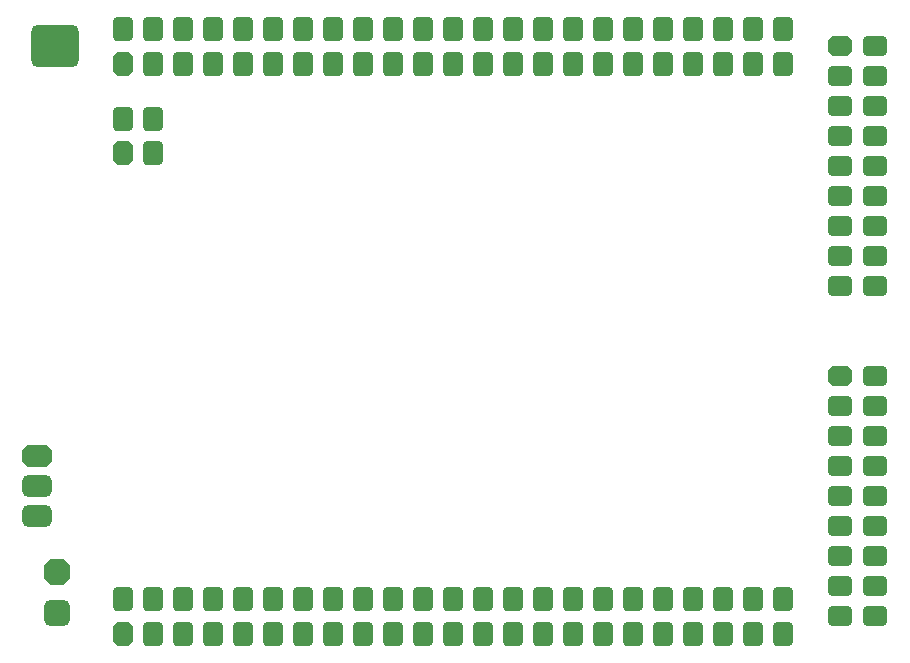
<source format=gbr>
%TF.GenerationSoftware,Altium Limited,Altium Designer,21.9.2 (33)*%
G04 Layer_Color=255*
%FSLAX45Y45*%
%MOMM*%
%TF.SameCoordinates,7777544D-92F5-45BF-99EE-D781317D7DBF*%
%TF.FilePolarity,Positive*%
%TF.FileFunction,Pads,Bot*%
%TF.Part,Single*%
G01*
G75*
%TA.AperFunction,ComponentPad*%
G04:AMPARAMS|DCode=88|XSize=1.7mm|YSize=2.1mm|CornerRadius=0mm|HoleSize=0mm|Usage=FLASHONLY|Rotation=270.000|XOffset=0mm|YOffset=0mm|HoleType=Round|Shape=Octagon|*
%AMOCTAGOND88*
4,1,8,1.05000,0.42500,1.05000,-0.42500,0.62500,-0.85000,-0.62500,-0.85000,-1.05000,-0.42500,-1.05000,0.42500,-0.62500,0.85000,0.62500,0.85000,1.05000,0.42500,0.0*
%
%ADD88OCTAGOND88*%

G04:AMPARAMS|DCode=89|XSize=1.7mm|YSize=2.1mm|CornerRadius=0.425mm|HoleSize=0mm|Usage=FLASHONLY|Rotation=270.000|XOffset=0mm|YOffset=0mm|HoleType=Round|Shape=RoundedRectangle|*
%AMROUNDEDRECTD89*
21,1,1.70000,1.25001,0,0,270.0*
21,1,0.85000,2.10000,0,0,270.0*
1,1,0.85000,-0.62500,-0.42500*
1,1,0.85000,-0.62500,0.42500*
1,1,0.85000,0.62500,0.42500*
1,1,0.85000,0.62500,-0.42500*
%
%ADD89ROUNDEDRECTD89*%
G04:AMPARAMS|DCode=90|XSize=1.7mm|YSize=2.1mm|CornerRadius=0.425mm|HoleSize=0mm|Usage=FLASHONLY|Rotation=0.000|XOffset=0mm|YOffset=0mm|HoleType=Round|Shape=RoundedRectangle|*
%AMROUNDEDRECTD90*
21,1,1.70000,1.25001,0,0,0.0*
21,1,0.85000,2.10000,0,0,0.0*
1,1,0.85000,0.42500,-0.62500*
1,1,0.85000,-0.42500,-0.62500*
1,1,0.85000,-0.42500,0.62500*
1,1,0.85000,0.42500,0.62500*
%
%ADD90ROUNDEDRECTD90*%
G04:AMPARAMS|DCode=91|XSize=1.7mm|YSize=2.1mm|CornerRadius=0mm|HoleSize=0mm|Usage=FLASHONLY|Rotation=0.000|XOffset=0mm|YOffset=0mm|HoleType=Round|Shape=Octagon|*
%AMOCTAGOND91*
4,1,8,-0.42500,1.05000,0.42500,1.05000,0.85000,0.62500,0.85000,-0.62500,0.42500,-1.05000,-0.42500,-1.05000,-0.85000,-0.62500,-0.85000,0.62500,-0.42500,1.05000,0.0*
%
%ADD91OCTAGOND91*%

G04:AMPARAMS|DCode=92|XSize=4mm|YSize=3.6mm|CornerRadius=0.54mm|HoleSize=0mm|Usage=FLASHONLY|Rotation=0.000|XOffset=0mm|YOffset=0mm|HoleType=Round|Shape=RoundedRectangle|*
%AMROUNDEDRECTD92*
21,1,4.00000,2.52000,0,0,0.0*
21,1,2.92000,3.60000,0,0,0.0*
1,1,1.08000,1.46000,-1.26000*
1,1,1.08000,-1.46000,-1.26000*
1,1,1.08000,-1.46000,1.26000*
1,1,1.08000,1.46000,1.26000*
%
%ADD92ROUNDEDRECTD92*%
G04:AMPARAMS|DCode=93|XSize=2.2mm|YSize=2.2mm|CornerRadius=0.55mm|HoleSize=0mm|Usage=FLASHONLY|Rotation=270.000|XOffset=0mm|YOffset=0mm|HoleType=Round|Shape=RoundedRectangle|*
%AMROUNDEDRECTD93*
21,1,2.20000,1.10000,0,0,270.0*
21,1,1.10000,2.20000,0,0,270.0*
1,1,1.10000,-0.55000,-0.55000*
1,1,1.10000,-0.55000,0.55000*
1,1,1.10000,0.55000,0.55000*
1,1,1.10000,0.55000,-0.55000*
%
%ADD93ROUNDEDRECTD93*%
G04:AMPARAMS|DCode=94|XSize=2.2mm|YSize=2.2mm|CornerRadius=0mm|HoleSize=0mm|Usage=FLASHONLY|Rotation=270.000|XOffset=0mm|YOffset=0mm|HoleType=Round|Shape=Octagon|*
%AMOCTAGOND94*
4,1,8,-0.55000,-1.10000,0.55000,-1.10000,1.10000,-0.55000,1.10000,0.55000,0.55000,1.10000,-0.55000,1.10000,-1.10000,0.55000,-1.10000,-0.55000,-0.55000,-1.10000,0.0*
%
%ADD94OCTAGOND94*%

%TA.AperFunction,SMDPad,CuDef*%
G04:AMPARAMS|DCode=100|XSize=1.8mm|YSize=2.5mm|CornerRadius=0mm|HoleSize=0mm|Usage=FLASHONLY|Rotation=270.000|XOffset=0mm|YOffset=0mm|HoleType=Round|Shape=Octagon|*
%AMOCTAGOND100*
4,1,8,1.25000,0.45000,1.25000,-0.45000,0.80000,-0.90000,-0.80000,-0.90000,-1.25000,-0.45000,-1.25000,0.45000,-0.80000,0.90000,0.80000,0.90000,1.25000,0.45000,0.0*
%
%ADD100OCTAGOND100*%

G04:AMPARAMS|DCode=101|XSize=1.8mm|YSize=2.5mm|CornerRadius=0.45mm|HoleSize=0mm|Usage=FLASHONLY|Rotation=270.000|XOffset=0mm|YOffset=0mm|HoleType=Round|Shape=RoundedRectangle|*
%AMROUNDEDRECTD101*
21,1,1.80000,1.60000,0,0,270.0*
21,1,0.90000,2.50000,0,0,270.0*
1,1,0.90000,-0.80000,-0.45000*
1,1,0.90000,-0.80000,0.45000*
1,1,0.90000,0.80000,0.45000*
1,1,0.90000,0.80000,-0.45000*
%
%ADD101ROUNDEDRECTD101*%
D88*
X8108000Y2349500D02*
D03*
Y5143500D02*
D03*
D89*
Y2095500D02*
D03*
Y1841500D02*
D03*
Y1587500D02*
D03*
Y1333500D02*
D03*
Y1079500D02*
D03*
Y825500D02*
D03*
X8402000Y2349500D02*
D03*
Y2095500D02*
D03*
Y1841500D02*
D03*
Y1587500D02*
D03*
Y1333500D02*
D03*
Y1079500D02*
D03*
Y825500D02*
D03*
X8108000Y571500D02*
D03*
Y317500D02*
D03*
X8402000Y571500D02*
D03*
Y317500D02*
D03*
X8108000Y4889500D02*
D03*
Y4635500D02*
D03*
Y4381500D02*
D03*
Y4127500D02*
D03*
Y3873500D02*
D03*
Y3619500D02*
D03*
X8402000Y5143500D02*
D03*
Y4889500D02*
D03*
Y4635500D02*
D03*
Y4381500D02*
D03*
Y4127500D02*
D03*
Y3873500D02*
D03*
Y3619500D02*
D03*
X8108000Y3365500D02*
D03*
Y3111500D02*
D03*
X8402000Y3365500D02*
D03*
Y3111500D02*
D03*
D90*
X7620000Y464500D02*
D03*
X7366000D02*
D03*
X7112000D02*
D03*
X6858000D02*
D03*
X6604000D02*
D03*
X6350000D02*
D03*
X6096000D02*
D03*
X5842000D02*
D03*
X5588000D02*
D03*
X5334000D02*
D03*
X5080000D02*
D03*
X4826000D02*
D03*
X4572000D02*
D03*
X4318000D02*
D03*
X4064000D02*
D03*
X3810000D02*
D03*
X3556000D02*
D03*
X3302000D02*
D03*
X3048000D02*
D03*
X2794000D02*
D03*
X2540000D02*
D03*
X2286000D02*
D03*
X2032000D02*
D03*
X7620000Y170500D02*
D03*
X7366000D02*
D03*
X7112000D02*
D03*
X6858000D02*
D03*
X6604000D02*
D03*
X6350000D02*
D03*
X6096000D02*
D03*
X5842000D02*
D03*
X5588000D02*
D03*
X5334000D02*
D03*
X5080000D02*
D03*
X4826000D02*
D03*
X4572000D02*
D03*
X4318000D02*
D03*
X4064000D02*
D03*
X3810000D02*
D03*
X3556000D02*
D03*
X3302000D02*
D03*
X3048000D02*
D03*
X2794000D02*
D03*
X2540000D02*
D03*
X2286000D02*
D03*
X7620000Y5290500D02*
D03*
X7366000D02*
D03*
X7112000D02*
D03*
X6858000D02*
D03*
X6604000D02*
D03*
X6350000D02*
D03*
X6096000D02*
D03*
X5842000D02*
D03*
X5588000D02*
D03*
X5334000D02*
D03*
X5080000D02*
D03*
X4826000D02*
D03*
X4572000D02*
D03*
X4318000D02*
D03*
X4064000D02*
D03*
X3810000D02*
D03*
X3556000D02*
D03*
X3302000D02*
D03*
X3048000D02*
D03*
X2794000D02*
D03*
X2540000D02*
D03*
X2286000D02*
D03*
X2032000D02*
D03*
X7620000Y4996500D02*
D03*
X7366000D02*
D03*
X7112000D02*
D03*
X6858000D02*
D03*
X6604000D02*
D03*
X6350000D02*
D03*
X6096000D02*
D03*
X5842000D02*
D03*
X5588000D02*
D03*
X5334000D02*
D03*
X5080000D02*
D03*
X4826000D02*
D03*
X4572000D02*
D03*
X4318000D02*
D03*
X4064000D02*
D03*
X3810000D02*
D03*
X3556000D02*
D03*
X3302000D02*
D03*
X3048000D02*
D03*
X2794000D02*
D03*
X2540000D02*
D03*
X2286000D02*
D03*
X2032000Y4532400D02*
D03*
X2286000D02*
D03*
Y4238400D02*
D03*
D91*
X2032000Y170500D02*
D03*
Y4996500D02*
D03*
Y4238400D02*
D03*
D92*
X1460500Y5143500D02*
D03*
D93*
X1480000Y345000D02*
D03*
D94*
Y695000D02*
D03*
D100*
X1310000Y1674000D02*
D03*
D101*
Y1420000D02*
D03*
Y1166000D02*
D03*
%TF.MD5,4276e093687f425a70fc1639572ba559*%
M02*

</source>
